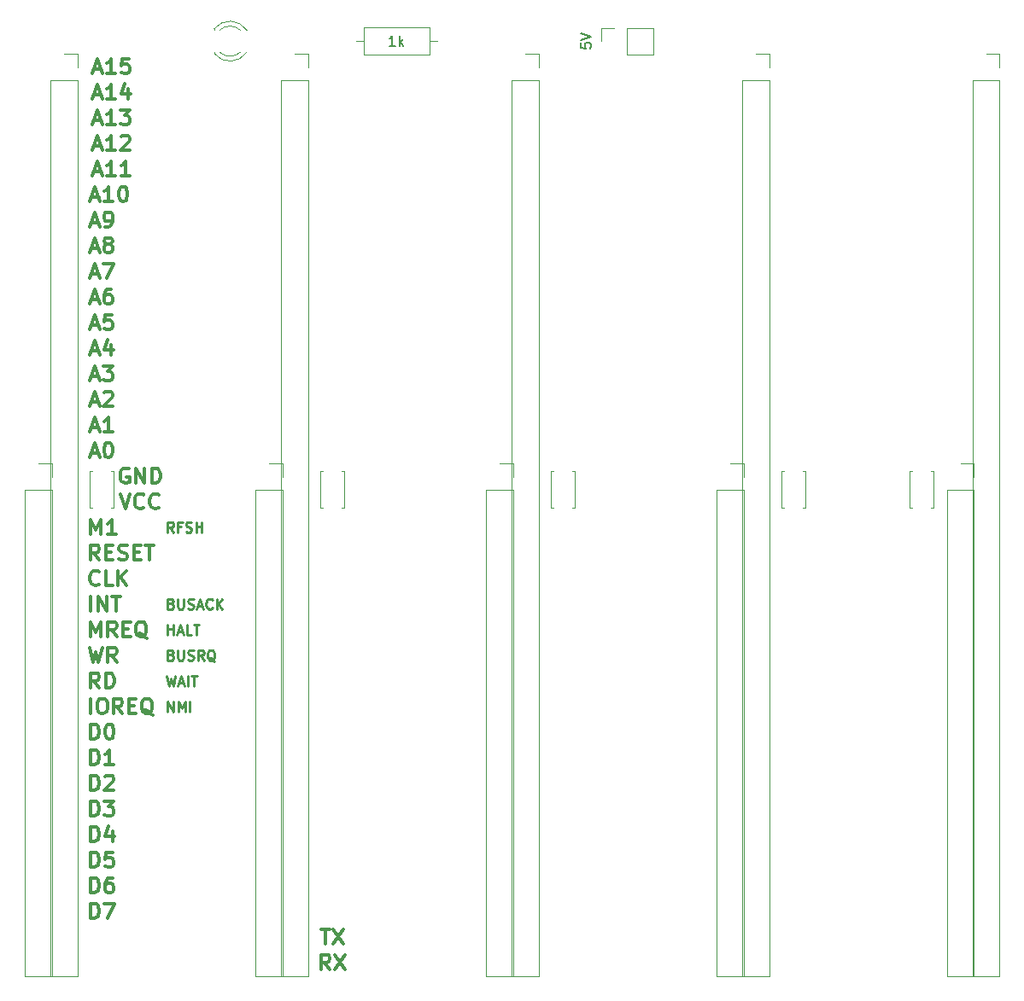
<source format=gbr>
%TF.GenerationSoftware,KiCad,Pcbnew,6.0.11+dfsg-1*%
%TF.CreationDate,2025-12-28T18:54:01+01:00*%
%TF.ProjectId,b2,62322e6b-6963-4616-945f-706362585858,rev?*%
%TF.SameCoordinates,Original*%
%TF.FileFunction,Legend,Top*%
%TF.FilePolarity,Positive*%
%FSLAX46Y46*%
G04 Gerber Fmt 4.6, Leading zero omitted, Abs format (unit mm)*
G04 Created by KiCad (PCBNEW 6.0.11+dfsg-1) date 2025-12-28 18:54:01*
%MOMM*%
%LPD*%
G01*
G04 APERTURE LIST*
%ADD10C,0.300000*%
%ADD11C,0.250000*%
%ADD12C,0.150000*%
%ADD13C,0.120000*%
G04 APERTURE END LIST*
D10*
X108112857Y-137838571D02*
X108112857Y-136338571D01*
X108470000Y-136338571D01*
X108684285Y-136410000D01*
X108827142Y-136552857D01*
X108898571Y-136695714D01*
X108970000Y-136981428D01*
X108970000Y-137195714D01*
X108898571Y-137481428D01*
X108827142Y-137624285D01*
X108684285Y-137767142D01*
X108470000Y-137838571D01*
X108112857Y-137838571D01*
X109541428Y-136481428D02*
X109612857Y-136410000D01*
X109755714Y-136338571D01*
X110112857Y-136338571D01*
X110255714Y-136410000D01*
X110327142Y-136481428D01*
X110398571Y-136624285D01*
X110398571Y-136767142D01*
X110327142Y-136981428D01*
X109470000Y-137838571D01*
X110398571Y-137838571D01*
X108148571Y-89150000D02*
X108862857Y-89150000D01*
X108005714Y-89578571D02*
X108505714Y-88078571D01*
X109005714Y-89578571D01*
X110148571Y-88078571D02*
X109862857Y-88078571D01*
X109720000Y-88150000D01*
X109648571Y-88221428D01*
X109505714Y-88435714D01*
X109434285Y-88721428D01*
X109434285Y-89292857D01*
X109505714Y-89435714D01*
X109577142Y-89507142D01*
X109720000Y-89578571D01*
X110005714Y-89578571D01*
X110148571Y-89507142D01*
X110220000Y-89435714D01*
X110291428Y-89292857D01*
X110291428Y-88935714D01*
X110220000Y-88792857D01*
X110148571Y-88721428D01*
X110005714Y-88650000D01*
X109720000Y-88650000D01*
X109577142Y-88721428D01*
X109505714Y-88792857D01*
X109434285Y-88935714D01*
D11*
X116316190Y-112212380D02*
X115982857Y-111736190D01*
X115744761Y-112212380D02*
X115744761Y-111212380D01*
X116125714Y-111212380D01*
X116220952Y-111260000D01*
X116268571Y-111307619D01*
X116316190Y-111402857D01*
X116316190Y-111545714D01*
X116268571Y-111640952D01*
X116220952Y-111688571D01*
X116125714Y-111736190D01*
X115744761Y-111736190D01*
X117078095Y-111688571D02*
X116744761Y-111688571D01*
X116744761Y-112212380D02*
X116744761Y-111212380D01*
X117220952Y-111212380D01*
X117554285Y-112164761D02*
X117697142Y-112212380D01*
X117935238Y-112212380D01*
X118030476Y-112164761D01*
X118078095Y-112117142D01*
X118125714Y-112021904D01*
X118125714Y-111926666D01*
X118078095Y-111831428D01*
X118030476Y-111783809D01*
X117935238Y-111736190D01*
X117744761Y-111688571D01*
X117649523Y-111640952D01*
X117601904Y-111593333D01*
X117554285Y-111498095D01*
X117554285Y-111402857D01*
X117601904Y-111307619D01*
X117649523Y-111260000D01*
X117744761Y-111212380D01*
X117982857Y-111212380D01*
X118125714Y-111260000D01*
X118554285Y-112212380D02*
X118554285Y-111212380D01*
X118554285Y-111688571D02*
X119125714Y-111688571D01*
X119125714Y-112212380D02*
X119125714Y-111212380D01*
D10*
X108148571Y-81530000D02*
X108862857Y-81530000D01*
X108005714Y-81958571D02*
X108505714Y-80458571D01*
X109005714Y-81958571D01*
X109577142Y-81958571D02*
X109862857Y-81958571D01*
X110005714Y-81887142D01*
X110077142Y-81815714D01*
X110220000Y-81601428D01*
X110291428Y-81315714D01*
X110291428Y-80744285D01*
X110220000Y-80601428D01*
X110148571Y-80530000D01*
X110005714Y-80458571D01*
X109720000Y-80458571D01*
X109577142Y-80530000D01*
X109505714Y-80601428D01*
X109434285Y-80744285D01*
X109434285Y-81101428D01*
X109505714Y-81244285D01*
X109577142Y-81315714D01*
X109720000Y-81387142D01*
X110005714Y-81387142D01*
X110148571Y-81315714D01*
X110220000Y-81244285D01*
X110291428Y-81101428D01*
X108430714Y-66290000D02*
X109145000Y-66290000D01*
X108287857Y-66718571D02*
X108787857Y-65218571D01*
X109287857Y-66718571D01*
X110573571Y-66718571D02*
X109716428Y-66718571D01*
X110145000Y-66718571D02*
X110145000Y-65218571D01*
X110002142Y-65432857D01*
X109859285Y-65575714D01*
X109716428Y-65647142D01*
X111930714Y-65218571D02*
X111216428Y-65218571D01*
X111145000Y-65932857D01*
X111216428Y-65861428D01*
X111359285Y-65790000D01*
X111716428Y-65790000D01*
X111859285Y-65861428D01*
X111930714Y-65932857D01*
X112002142Y-66075714D01*
X112002142Y-66432857D01*
X111930714Y-66575714D01*
X111859285Y-66647142D01*
X111716428Y-66718571D01*
X111359285Y-66718571D01*
X111216428Y-66647142D01*
X111145000Y-66575714D01*
X108148571Y-86610000D02*
X108862857Y-86610000D01*
X108005714Y-87038571D02*
X108505714Y-85538571D01*
X109005714Y-87038571D01*
X109362857Y-85538571D02*
X110362857Y-85538571D01*
X109720000Y-87038571D01*
X108970000Y-114978571D02*
X108470000Y-114264285D01*
X108112857Y-114978571D02*
X108112857Y-113478571D01*
X108684286Y-113478571D01*
X108827143Y-113550000D01*
X108898572Y-113621428D01*
X108970000Y-113764285D01*
X108970000Y-113978571D01*
X108898572Y-114121428D01*
X108827143Y-114192857D01*
X108684286Y-114264285D01*
X108112857Y-114264285D01*
X109612857Y-114192857D02*
X110112857Y-114192857D01*
X110327143Y-114978571D02*
X109612857Y-114978571D01*
X109612857Y-113478571D01*
X110327143Y-113478571D01*
X110898572Y-114907142D02*
X111112857Y-114978571D01*
X111470000Y-114978571D01*
X111612857Y-114907142D01*
X111684286Y-114835714D01*
X111755714Y-114692857D01*
X111755714Y-114550000D01*
X111684286Y-114407142D01*
X111612857Y-114335714D01*
X111470000Y-114264285D01*
X111184286Y-114192857D01*
X111041429Y-114121428D01*
X110970000Y-114050000D01*
X110898572Y-113907142D01*
X110898572Y-113764285D01*
X110970000Y-113621428D01*
X111041429Y-113550000D01*
X111184286Y-113478571D01*
X111541429Y-113478571D01*
X111755714Y-113550000D01*
X112398572Y-114192857D02*
X112898572Y-114192857D01*
X113112857Y-114978571D02*
X112398572Y-114978571D01*
X112398572Y-113478571D01*
X113112857Y-113478571D01*
X113541429Y-113478571D02*
X114398572Y-113478571D01*
X113970000Y-114978571D02*
X113970000Y-113478571D01*
X108148571Y-104390000D02*
X108862857Y-104390000D01*
X108005714Y-104818571D02*
X108505714Y-103318571D01*
X109005714Y-104818571D01*
X109791428Y-103318571D02*
X109934285Y-103318571D01*
X110077142Y-103390000D01*
X110148571Y-103461428D01*
X110220000Y-103604285D01*
X110291428Y-103890000D01*
X110291428Y-104247142D01*
X110220000Y-104532857D01*
X110148571Y-104675714D01*
X110077142Y-104747142D01*
X109934285Y-104818571D01*
X109791428Y-104818571D01*
X109648571Y-104747142D01*
X109577142Y-104675714D01*
X109505714Y-104532857D01*
X109434285Y-104247142D01*
X109434285Y-103890000D01*
X109505714Y-103604285D01*
X109577142Y-103461428D01*
X109648571Y-103390000D01*
X109791428Y-103318571D01*
D11*
X115744762Y-122372380D02*
X115744762Y-121372380D01*
X115744762Y-121848571D02*
X116316190Y-121848571D01*
X116316190Y-122372380D02*
X116316190Y-121372380D01*
X116744762Y-122086666D02*
X117220952Y-122086666D01*
X116649523Y-122372380D02*
X116982857Y-121372380D01*
X117316190Y-122372380D01*
X118125714Y-122372380D02*
X117649523Y-122372380D01*
X117649523Y-121372380D01*
X118316190Y-121372380D02*
X118887619Y-121372380D01*
X118601904Y-122372380D02*
X118601904Y-121372380D01*
D10*
X108148571Y-91690000D02*
X108862857Y-91690000D01*
X108005714Y-92118571D02*
X108505714Y-90618571D01*
X109005714Y-92118571D01*
X110220000Y-90618571D02*
X109505714Y-90618571D01*
X109434285Y-91332857D01*
X109505714Y-91261428D01*
X109648571Y-91190000D01*
X110005714Y-91190000D01*
X110148571Y-91261428D01*
X110220000Y-91332857D01*
X110291428Y-91475714D01*
X110291428Y-91832857D01*
X110220000Y-91975714D01*
X110148571Y-92047142D01*
X110005714Y-92118571D01*
X109648571Y-92118571D01*
X109505714Y-92047142D01*
X109434285Y-91975714D01*
X108112857Y-120058571D02*
X108112857Y-118558571D01*
X108827142Y-120058571D02*
X108827142Y-118558571D01*
X109684285Y-120058571D01*
X109684285Y-118558571D01*
X110184285Y-118558571D02*
X111041428Y-118558571D01*
X110612857Y-120058571D02*
X110612857Y-118558571D01*
X108148571Y-84070000D02*
X108862857Y-84070000D01*
X108005714Y-84498571D02*
X108505714Y-82998571D01*
X109005714Y-84498571D01*
X109720000Y-83641428D02*
X109577142Y-83570000D01*
X109505714Y-83498571D01*
X109434285Y-83355714D01*
X109434285Y-83284285D01*
X109505714Y-83141428D01*
X109577142Y-83070000D01*
X109720000Y-82998571D01*
X110005714Y-82998571D01*
X110148571Y-83070000D01*
X110220000Y-83141428D01*
X110291428Y-83284285D01*
X110291428Y-83355714D01*
X110220000Y-83498571D01*
X110148571Y-83570000D01*
X110005714Y-83641428D01*
X109720000Y-83641428D01*
X109577142Y-83712857D01*
X109505714Y-83784285D01*
X109434285Y-83927142D01*
X109434285Y-84212857D01*
X109505714Y-84355714D01*
X109577142Y-84427142D01*
X109720000Y-84498571D01*
X110005714Y-84498571D01*
X110148571Y-84427142D01*
X110220000Y-84355714D01*
X110291428Y-84212857D01*
X110291428Y-83927142D01*
X110220000Y-83784285D01*
X110148571Y-83712857D01*
X110005714Y-83641428D01*
X111887142Y-105930000D02*
X111744285Y-105858571D01*
X111530000Y-105858571D01*
X111315714Y-105930000D01*
X111172857Y-106072857D01*
X111101428Y-106215714D01*
X111030000Y-106501428D01*
X111030000Y-106715714D01*
X111101428Y-107001428D01*
X111172857Y-107144285D01*
X111315714Y-107287142D01*
X111530000Y-107358571D01*
X111672857Y-107358571D01*
X111887142Y-107287142D01*
X111958571Y-107215714D01*
X111958571Y-106715714D01*
X111672857Y-106715714D01*
X112601428Y-107358571D02*
X112601428Y-105858571D01*
X113458571Y-107358571D01*
X113458571Y-105858571D01*
X114172857Y-107358571D02*
X114172857Y-105858571D01*
X114530000Y-105858571D01*
X114744285Y-105930000D01*
X114887142Y-106072857D01*
X114958571Y-106215714D01*
X115030000Y-106501428D01*
X115030000Y-106715714D01*
X114958571Y-107001428D01*
X114887142Y-107144285D01*
X114744285Y-107287142D01*
X114530000Y-107358571D01*
X114172857Y-107358571D01*
X108112857Y-147998571D02*
X108112857Y-146498571D01*
X108470000Y-146498571D01*
X108684285Y-146570000D01*
X108827142Y-146712857D01*
X108898571Y-146855714D01*
X108970000Y-147141428D01*
X108970000Y-147355714D01*
X108898571Y-147641428D01*
X108827142Y-147784285D01*
X108684285Y-147927142D01*
X108470000Y-147998571D01*
X108112857Y-147998571D01*
X110255714Y-146498571D02*
X109970000Y-146498571D01*
X109827142Y-146570000D01*
X109755714Y-146641428D01*
X109612857Y-146855714D01*
X109541428Y-147141428D01*
X109541428Y-147712857D01*
X109612857Y-147855714D01*
X109684285Y-147927142D01*
X109827142Y-147998571D01*
X110112857Y-147998571D01*
X110255714Y-147927142D01*
X110327142Y-147855714D01*
X110398571Y-147712857D01*
X110398571Y-147355714D01*
X110327142Y-147212857D01*
X110255714Y-147141428D01*
X110112857Y-147070000D01*
X109827142Y-147070000D01*
X109684285Y-147141428D01*
X109612857Y-147212857D01*
X109541428Y-147355714D01*
X108970000Y-117375714D02*
X108898572Y-117447142D01*
X108684286Y-117518571D01*
X108541429Y-117518571D01*
X108327143Y-117447142D01*
X108184286Y-117304285D01*
X108112858Y-117161428D01*
X108041429Y-116875714D01*
X108041429Y-116661428D01*
X108112858Y-116375714D01*
X108184286Y-116232857D01*
X108327143Y-116090000D01*
X108541429Y-116018571D01*
X108684286Y-116018571D01*
X108898572Y-116090000D01*
X108970000Y-116161428D01*
X110327143Y-117518571D02*
X109612858Y-117518571D01*
X109612858Y-116018571D01*
X110827143Y-117518571D02*
X110827143Y-116018571D01*
X111684286Y-117518571D02*
X111041429Y-116661428D01*
X111684286Y-116018571D02*
X110827143Y-116875714D01*
X108112857Y-150538571D02*
X108112857Y-149038571D01*
X108470000Y-149038571D01*
X108684285Y-149110000D01*
X108827142Y-149252857D01*
X108898571Y-149395714D01*
X108970000Y-149681428D01*
X108970000Y-149895714D01*
X108898571Y-150181428D01*
X108827142Y-150324285D01*
X108684285Y-150467142D01*
X108470000Y-150538571D01*
X108112857Y-150538571D01*
X109470000Y-149038571D02*
X110470000Y-149038571D01*
X109827142Y-150538571D01*
X108112857Y-122598571D02*
X108112857Y-121098571D01*
X108612857Y-122170000D01*
X109112857Y-121098571D01*
X109112857Y-122598571D01*
X110684285Y-122598571D02*
X110184285Y-121884285D01*
X109827143Y-122598571D02*
X109827143Y-121098571D01*
X110398571Y-121098571D01*
X110541428Y-121170000D01*
X110612857Y-121241428D01*
X110684285Y-121384285D01*
X110684285Y-121598571D01*
X110612857Y-121741428D01*
X110541428Y-121812857D01*
X110398571Y-121884285D01*
X109827143Y-121884285D01*
X111327143Y-121812857D02*
X111827143Y-121812857D01*
X112041428Y-122598571D02*
X111327143Y-122598571D01*
X111327143Y-121098571D01*
X112041428Y-121098571D01*
X113684285Y-122741428D02*
X113541428Y-122670000D01*
X113398571Y-122527142D01*
X113184285Y-122312857D01*
X113041428Y-122241428D01*
X112898571Y-122241428D01*
X112970000Y-122598571D02*
X112827143Y-122527142D01*
X112684285Y-122384285D01*
X112612857Y-122098571D01*
X112612857Y-121598571D01*
X112684285Y-121312857D01*
X112827143Y-121170000D01*
X112970000Y-121098571D01*
X113255714Y-121098571D01*
X113398571Y-121170000D01*
X113541428Y-121312857D01*
X113612857Y-121598571D01*
X113612857Y-122098571D01*
X113541428Y-122384285D01*
X113398571Y-122527142D01*
X113255714Y-122598571D01*
X112970000Y-122598571D01*
D11*
X116078095Y-119308571D02*
X116220952Y-119356190D01*
X116268571Y-119403809D01*
X116316190Y-119499047D01*
X116316190Y-119641904D01*
X116268571Y-119737142D01*
X116220952Y-119784761D01*
X116125714Y-119832380D01*
X115744761Y-119832380D01*
X115744761Y-118832380D01*
X116078095Y-118832380D01*
X116173333Y-118880000D01*
X116220952Y-118927619D01*
X116268571Y-119022857D01*
X116268571Y-119118095D01*
X116220952Y-119213333D01*
X116173333Y-119260952D01*
X116078095Y-119308571D01*
X115744761Y-119308571D01*
X116744761Y-118832380D02*
X116744761Y-119641904D01*
X116792380Y-119737142D01*
X116839999Y-119784761D01*
X116935238Y-119832380D01*
X117125714Y-119832380D01*
X117220952Y-119784761D01*
X117268571Y-119737142D01*
X117316190Y-119641904D01*
X117316190Y-118832380D01*
X117744761Y-119784761D02*
X117887618Y-119832380D01*
X118125714Y-119832380D01*
X118220952Y-119784761D01*
X118268571Y-119737142D01*
X118316190Y-119641904D01*
X118316190Y-119546666D01*
X118268571Y-119451428D01*
X118220952Y-119403809D01*
X118125714Y-119356190D01*
X117935238Y-119308571D01*
X117839999Y-119260952D01*
X117792380Y-119213333D01*
X117744761Y-119118095D01*
X117744761Y-119022857D01*
X117792380Y-118927619D01*
X117839999Y-118880000D01*
X117935238Y-118832380D01*
X118173333Y-118832380D01*
X118316190Y-118880000D01*
X118697142Y-119546666D02*
X119173333Y-119546666D01*
X118601904Y-119832380D02*
X118935238Y-118832380D01*
X119268571Y-119832380D01*
X120173333Y-119737142D02*
X120125714Y-119784761D01*
X119982857Y-119832380D01*
X119887618Y-119832380D01*
X119744761Y-119784761D01*
X119649523Y-119689523D01*
X119601904Y-119594285D01*
X119554285Y-119403809D01*
X119554285Y-119260952D01*
X119601904Y-119070476D01*
X119649523Y-118975238D01*
X119744761Y-118880000D01*
X119887618Y-118832380D01*
X119982857Y-118832380D01*
X120125714Y-118880000D01*
X120173333Y-118927619D01*
X120601904Y-119832380D02*
X120601904Y-118832380D01*
X121173333Y-119832380D02*
X120744761Y-119260952D01*
X121173333Y-118832380D02*
X120601904Y-119403809D01*
D10*
X108112857Y-145458571D02*
X108112857Y-143958571D01*
X108470000Y-143958571D01*
X108684285Y-144030000D01*
X108827142Y-144172857D01*
X108898571Y-144315714D01*
X108970000Y-144601428D01*
X108970000Y-144815714D01*
X108898571Y-145101428D01*
X108827142Y-145244285D01*
X108684285Y-145387142D01*
X108470000Y-145458571D01*
X108112857Y-145458571D01*
X110327142Y-143958571D02*
X109612857Y-143958571D01*
X109541428Y-144672857D01*
X109612857Y-144601428D01*
X109755714Y-144530000D01*
X110112857Y-144530000D01*
X110255714Y-144601428D01*
X110327142Y-144672857D01*
X110398571Y-144815714D01*
X110398571Y-145172857D01*
X110327142Y-145315714D01*
X110255714Y-145387142D01*
X110112857Y-145458571D01*
X109755714Y-145458571D01*
X109612857Y-145387142D01*
X109541428Y-145315714D01*
X107970000Y-123638571D02*
X108327143Y-125138571D01*
X108612858Y-124067142D01*
X108898572Y-125138571D01*
X109255715Y-123638571D01*
X110684286Y-125138571D02*
X110184286Y-124424285D01*
X109827143Y-125138571D02*
X109827143Y-123638571D01*
X110398572Y-123638571D01*
X110541429Y-123710000D01*
X110612858Y-123781428D01*
X110684286Y-123924285D01*
X110684286Y-124138571D01*
X110612858Y-124281428D01*
X110541429Y-124352857D01*
X110398572Y-124424285D01*
X109827143Y-124424285D01*
X108430714Y-76450000D02*
X109145000Y-76450000D01*
X108287857Y-76878571D02*
X108787857Y-75378571D01*
X109287857Y-76878571D01*
X110573571Y-76878571D02*
X109716428Y-76878571D01*
X110145000Y-76878571D02*
X110145000Y-75378571D01*
X110002142Y-75592857D01*
X109859285Y-75735714D01*
X109716428Y-75807142D01*
X112002142Y-76878571D02*
X111145000Y-76878571D01*
X111573571Y-76878571D02*
X111573571Y-75378571D01*
X111430714Y-75592857D01*
X111287857Y-75735714D01*
X111145000Y-75807142D01*
X108112857Y-112438571D02*
X108112857Y-110938571D01*
X108612857Y-112010000D01*
X109112857Y-110938571D01*
X109112857Y-112438571D01*
X110612857Y-112438571D02*
X109755714Y-112438571D01*
X110184285Y-112438571D02*
X110184285Y-110938571D01*
X110041428Y-111152857D01*
X109898571Y-111295714D01*
X109755714Y-111367142D01*
X108193571Y-78990000D02*
X108907857Y-78990000D01*
X108050714Y-79418571D02*
X108550714Y-77918571D01*
X109050714Y-79418571D01*
X110336428Y-79418571D02*
X109479285Y-79418571D01*
X109907857Y-79418571D02*
X109907857Y-77918571D01*
X109764999Y-78132857D01*
X109622142Y-78275714D01*
X109479285Y-78347142D01*
X111264999Y-77918571D02*
X111407857Y-77918571D01*
X111550714Y-77990000D01*
X111622142Y-78061428D01*
X111693571Y-78204285D01*
X111764999Y-78490000D01*
X111764999Y-78847142D01*
X111693571Y-79132857D01*
X111622142Y-79275714D01*
X111550714Y-79347142D01*
X111407857Y-79418571D01*
X111264999Y-79418571D01*
X111122142Y-79347142D01*
X111050714Y-79275714D01*
X110979285Y-79132857D01*
X110907857Y-78847142D01*
X110907857Y-78490000D01*
X110979285Y-78204285D01*
X111050714Y-78061428D01*
X111122142Y-77990000D01*
X111264999Y-77918571D01*
X130937142Y-151578571D02*
X131794285Y-151578571D01*
X131365714Y-153078571D02*
X131365714Y-151578571D01*
X132151428Y-151578571D02*
X133151428Y-153078571D01*
X133151428Y-151578571D02*
X132151428Y-153078571D01*
D11*
X115649523Y-126452380D02*
X115887618Y-127452380D01*
X116078094Y-126738095D01*
X116268571Y-127452380D01*
X116506666Y-126452380D01*
X116839999Y-127166666D02*
X117316190Y-127166666D01*
X116744761Y-127452380D02*
X117078094Y-126452380D01*
X117411428Y-127452380D01*
X117744761Y-127452380D02*
X117744761Y-126452380D01*
X118078094Y-126452380D02*
X118649523Y-126452380D01*
X118363809Y-127452380D02*
X118363809Y-126452380D01*
X115744761Y-129992380D02*
X115744761Y-128992380D01*
X116316190Y-129992380D01*
X116316190Y-128992380D01*
X116792380Y-129992380D02*
X116792380Y-128992380D01*
X117125714Y-129706666D01*
X117459047Y-128992380D01*
X117459047Y-129992380D01*
X117935238Y-129992380D02*
X117935238Y-128992380D01*
D10*
X108112857Y-135298571D02*
X108112857Y-133798571D01*
X108470000Y-133798571D01*
X108684285Y-133870000D01*
X108827142Y-134012857D01*
X108898571Y-134155714D01*
X108970000Y-134441428D01*
X108970000Y-134655714D01*
X108898571Y-134941428D01*
X108827142Y-135084285D01*
X108684285Y-135227142D01*
X108470000Y-135298571D01*
X108112857Y-135298571D01*
X110398571Y-135298571D02*
X109541428Y-135298571D01*
X109970000Y-135298571D02*
X109970000Y-133798571D01*
X109827142Y-134012857D01*
X109684285Y-134155714D01*
X109541428Y-134227142D01*
D11*
X116078095Y-124388571D02*
X116220952Y-124436190D01*
X116268571Y-124483809D01*
X116316190Y-124579047D01*
X116316190Y-124721904D01*
X116268571Y-124817142D01*
X116220952Y-124864761D01*
X116125714Y-124912380D01*
X115744761Y-124912380D01*
X115744761Y-123912380D01*
X116078095Y-123912380D01*
X116173333Y-123960000D01*
X116220952Y-124007619D01*
X116268571Y-124102857D01*
X116268571Y-124198095D01*
X116220952Y-124293333D01*
X116173333Y-124340952D01*
X116078095Y-124388571D01*
X115744761Y-124388571D01*
X116744761Y-123912380D02*
X116744761Y-124721904D01*
X116792380Y-124817142D01*
X116839999Y-124864761D01*
X116935237Y-124912380D01*
X117125714Y-124912380D01*
X117220952Y-124864761D01*
X117268571Y-124817142D01*
X117316190Y-124721904D01*
X117316190Y-123912380D01*
X117744761Y-124864761D02*
X117887618Y-124912380D01*
X118125714Y-124912380D01*
X118220952Y-124864761D01*
X118268571Y-124817142D01*
X118316190Y-124721904D01*
X118316190Y-124626666D01*
X118268571Y-124531428D01*
X118220952Y-124483809D01*
X118125714Y-124436190D01*
X117935237Y-124388571D01*
X117839999Y-124340952D01*
X117792380Y-124293333D01*
X117744761Y-124198095D01*
X117744761Y-124102857D01*
X117792380Y-124007619D01*
X117839999Y-123960000D01*
X117935237Y-123912380D01*
X118173333Y-123912380D01*
X118316190Y-123960000D01*
X119316190Y-124912380D02*
X118982856Y-124436190D01*
X118744761Y-124912380D02*
X118744761Y-123912380D01*
X119125714Y-123912380D01*
X119220952Y-123960000D01*
X119268571Y-124007619D01*
X119316190Y-124102857D01*
X119316190Y-124245714D01*
X119268571Y-124340952D01*
X119220952Y-124388571D01*
X119125714Y-124436190D01*
X118744761Y-124436190D01*
X120411428Y-125007619D02*
X120316190Y-124960000D01*
X120220952Y-124864761D01*
X120078095Y-124721904D01*
X119982856Y-124674285D01*
X119887618Y-124674285D01*
X119935237Y-124912380D02*
X119839999Y-124864761D01*
X119744761Y-124769523D01*
X119697142Y-124579047D01*
X119697142Y-124245714D01*
X119744761Y-124055238D01*
X119839999Y-123960000D01*
X119935237Y-123912380D01*
X120125714Y-123912380D01*
X120220952Y-123960000D01*
X120316190Y-124055238D01*
X120363809Y-124245714D01*
X120363809Y-124579047D01*
X120316190Y-124769523D01*
X120220952Y-124864761D01*
X120125714Y-124912380D01*
X119935237Y-124912380D01*
D10*
X108112858Y-130218571D02*
X108112858Y-128718571D01*
X109112858Y-128718571D02*
X109398572Y-128718571D01*
X109541429Y-128790000D01*
X109684286Y-128932857D01*
X109755715Y-129218571D01*
X109755715Y-129718571D01*
X109684286Y-130004285D01*
X109541429Y-130147142D01*
X109398572Y-130218571D01*
X109112858Y-130218571D01*
X108970000Y-130147142D01*
X108827143Y-130004285D01*
X108755715Y-129718571D01*
X108755715Y-129218571D01*
X108827143Y-128932857D01*
X108970000Y-128790000D01*
X109112858Y-128718571D01*
X111255715Y-130218571D02*
X110755715Y-129504285D01*
X110398572Y-130218571D02*
X110398572Y-128718571D01*
X110970000Y-128718571D01*
X111112858Y-128790000D01*
X111184286Y-128861428D01*
X111255715Y-129004285D01*
X111255715Y-129218571D01*
X111184286Y-129361428D01*
X111112858Y-129432857D01*
X110970000Y-129504285D01*
X110398572Y-129504285D01*
X111898572Y-129432857D02*
X112398572Y-129432857D01*
X112612858Y-130218571D02*
X111898572Y-130218571D01*
X111898572Y-128718571D01*
X112612858Y-128718571D01*
X114255715Y-130361428D02*
X114112858Y-130290000D01*
X113970000Y-130147142D01*
X113755715Y-129932857D01*
X113612858Y-129861428D01*
X113470000Y-129861428D01*
X113541429Y-130218571D02*
X113398572Y-130147142D01*
X113255715Y-130004285D01*
X113184286Y-129718571D01*
X113184286Y-129218571D01*
X113255715Y-128932857D01*
X113398572Y-128790000D01*
X113541429Y-128718571D01*
X113827143Y-128718571D01*
X113970000Y-128790000D01*
X114112858Y-128932857D01*
X114184286Y-129218571D01*
X114184286Y-129718571D01*
X114112858Y-130004285D01*
X113970000Y-130147142D01*
X113827143Y-130218571D01*
X113541429Y-130218571D01*
X108430714Y-68830000D02*
X109145000Y-68830000D01*
X108287857Y-69258571D02*
X108787857Y-67758571D01*
X109287857Y-69258571D01*
X110573571Y-69258571D02*
X109716428Y-69258571D01*
X110145000Y-69258571D02*
X110145000Y-67758571D01*
X110002142Y-67972857D01*
X109859285Y-68115714D01*
X109716428Y-68187142D01*
X111859285Y-68258571D02*
X111859285Y-69258571D01*
X111502142Y-67687142D02*
X111145000Y-68758571D01*
X112073571Y-68758571D01*
X131830000Y-155618571D02*
X131330000Y-154904285D01*
X130972857Y-155618571D02*
X130972857Y-154118571D01*
X131544285Y-154118571D01*
X131687142Y-154190000D01*
X131758571Y-154261428D01*
X131830000Y-154404285D01*
X131830000Y-154618571D01*
X131758571Y-154761428D01*
X131687142Y-154832857D01*
X131544285Y-154904285D01*
X130972857Y-154904285D01*
X132330000Y-154118571D02*
X133330000Y-155618571D01*
X133330000Y-154118571D02*
X132330000Y-155618571D01*
X108430714Y-71370000D02*
X109145000Y-71370000D01*
X108287857Y-71798571D02*
X108787857Y-70298571D01*
X109287857Y-71798571D01*
X110573571Y-71798571D02*
X109716428Y-71798571D01*
X110145000Y-71798571D02*
X110145000Y-70298571D01*
X110002142Y-70512857D01*
X109859285Y-70655714D01*
X109716428Y-70727142D01*
X111073571Y-70298571D02*
X112002142Y-70298571D01*
X111502142Y-70870000D01*
X111716428Y-70870000D01*
X111859285Y-70941428D01*
X111930714Y-71012857D01*
X112002142Y-71155714D01*
X112002142Y-71512857D01*
X111930714Y-71655714D01*
X111859285Y-71727142D01*
X111716428Y-71798571D01*
X111287857Y-71798571D01*
X111145000Y-71727142D01*
X111073571Y-71655714D01*
X108430714Y-73910000D02*
X109145000Y-73910000D01*
X108287857Y-74338571D02*
X108787857Y-72838571D01*
X109287857Y-74338571D01*
X110573571Y-74338571D02*
X109716428Y-74338571D01*
X110145000Y-74338571D02*
X110145000Y-72838571D01*
X110002142Y-73052857D01*
X109859285Y-73195714D01*
X109716428Y-73267142D01*
X111145000Y-72981428D02*
X111216428Y-72910000D01*
X111359285Y-72838571D01*
X111716428Y-72838571D01*
X111859285Y-72910000D01*
X111930714Y-72981428D01*
X112002142Y-73124285D01*
X112002142Y-73267142D01*
X111930714Y-73481428D01*
X111073571Y-74338571D01*
X112002142Y-74338571D01*
X108112857Y-132758571D02*
X108112857Y-131258571D01*
X108470000Y-131258571D01*
X108684285Y-131330000D01*
X108827142Y-131472857D01*
X108898571Y-131615714D01*
X108970000Y-131901428D01*
X108970000Y-132115714D01*
X108898571Y-132401428D01*
X108827142Y-132544285D01*
X108684285Y-132687142D01*
X108470000Y-132758571D01*
X108112857Y-132758571D01*
X109898571Y-131258571D02*
X110041428Y-131258571D01*
X110184285Y-131330000D01*
X110255714Y-131401428D01*
X110327142Y-131544285D01*
X110398571Y-131830000D01*
X110398571Y-132187142D01*
X110327142Y-132472857D01*
X110255714Y-132615714D01*
X110184285Y-132687142D01*
X110041428Y-132758571D01*
X109898571Y-132758571D01*
X109755714Y-132687142D01*
X109684285Y-132615714D01*
X109612857Y-132472857D01*
X109541428Y-132187142D01*
X109541428Y-131830000D01*
X109612857Y-131544285D01*
X109684285Y-131401428D01*
X109755714Y-131330000D01*
X109898571Y-131258571D01*
X108148571Y-101850000D02*
X108862857Y-101850000D01*
X108005714Y-102278571D02*
X108505714Y-100778571D01*
X109005714Y-102278571D01*
X110291428Y-102278571D02*
X109434285Y-102278571D01*
X109862857Y-102278571D02*
X109862857Y-100778571D01*
X109720000Y-100992857D01*
X109577142Y-101135714D01*
X109434285Y-101207142D01*
X108112857Y-140378571D02*
X108112857Y-138878571D01*
X108470000Y-138878571D01*
X108684285Y-138950000D01*
X108827142Y-139092857D01*
X108898571Y-139235714D01*
X108970000Y-139521428D01*
X108970000Y-139735714D01*
X108898571Y-140021428D01*
X108827142Y-140164285D01*
X108684285Y-140307142D01*
X108470000Y-140378571D01*
X108112857Y-140378571D01*
X109470000Y-138878571D02*
X110398571Y-138878571D01*
X109898571Y-139450000D01*
X110112857Y-139450000D01*
X110255714Y-139521428D01*
X110327142Y-139592857D01*
X110398571Y-139735714D01*
X110398571Y-140092857D01*
X110327142Y-140235714D01*
X110255714Y-140307142D01*
X110112857Y-140378571D01*
X109684285Y-140378571D01*
X109541428Y-140307142D01*
X109470000Y-140235714D01*
X108148571Y-96770000D02*
X108862857Y-96770000D01*
X108005714Y-97198571D02*
X108505714Y-95698571D01*
X109005714Y-97198571D01*
X109362857Y-95698571D02*
X110291428Y-95698571D01*
X109791428Y-96270000D01*
X110005714Y-96270000D01*
X110148571Y-96341428D01*
X110220000Y-96412857D01*
X110291428Y-96555714D01*
X110291428Y-96912857D01*
X110220000Y-97055714D01*
X110148571Y-97127142D01*
X110005714Y-97198571D01*
X109577142Y-97198571D01*
X109434285Y-97127142D01*
X109362857Y-97055714D01*
X108148571Y-99310000D02*
X108862857Y-99310000D01*
X108005714Y-99738571D02*
X108505714Y-98238571D01*
X109005714Y-99738571D01*
X109434285Y-98381428D02*
X109505714Y-98310000D01*
X109648571Y-98238571D01*
X110005714Y-98238571D01*
X110148571Y-98310000D01*
X110220000Y-98381428D01*
X110291428Y-98524285D01*
X110291428Y-98667142D01*
X110220000Y-98881428D01*
X109362857Y-99738571D01*
X110291428Y-99738571D01*
X111030000Y-108398571D02*
X111530000Y-109898571D01*
X112030000Y-108398571D01*
X113387142Y-109755714D02*
X113315714Y-109827142D01*
X113101428Y-109898571D01*
X112958571Y-109898571D01*
X112744285Y-109827142D01*
X112601428Y-109684285D01*
X112530000Y-109541428D01*
X112458571Y-109255714D01*
X112458571Y-109041428D01*
X112530000Y-108755714D01*
X112601428Y-108612857D01*
X112744285Y-108470000D01*
X112958571Y-108398571D01*
X113101428Y-108398571D01*
X113315714Y-108470000D01*
X113387142Y-108541428D01*
X114887142Y-109755714D02*
X114815714Y-109827142D01*
X114601428Y-109898571D01*
X114458571Y-109898571D01*
X114244285Y-109827142D01*
X114101428Y-109684285D01*
X114030000Y-109541428D01*
X113958571Y-109255714D01*
X113958571Y-109041428D01*
X114030000Y-108755714D01*
X114101428Y-108612857D01*
X114244285Y-108470000D01*
X114458571Y-108398571D01*
X114601428Y-108398571D01*
X114815714Y-108470000D01*
X114887142Y-108541428D01*
X108112857Y-142918571D02*
X108112857Y-141418571D01*
X108470000Y-141418571D01*
X108684285Y-141490000D01*
X108827142Y-141632857D01*
X108898571Y-141775714D01*
X108970000Y-142061428D01*
X108970000Y-142275714D01*
X108898571Y-142561428D01*
X108827142Y-142704285D01*
X108684285Y-142847142D01*
X108470000Y-142918571D01*
X108112857Y-142918571D01*
X110255714Y-141918571D02*
X110255714Y-142918571D01*
X109898571Y-141347142D02*
X109541428Y-142418571D01*
X110470000Y-142418571D01*
X108970000Y-127678571D02*
X108470000Y-126964285D01*
X108112857Y-127678571D02*
X108112857Y-126178571D01*
X108684286Y-126178571D01*
X108827143Y-126250000D01*
X108898572Y-126321428D01*
X108970000Y-126464285D01*
X108970000Y-126678571D01*
X108898572Y-126821428D01*
X108827143Y-126892857D01*
X108684286Y-126964285D01*
X108112857Y-126964285D01*
X109612857Y-127678571D02*
X109612857Y-126178571D01*
X109970000Y-126178571D01*
X110184286Y-126250000D01*
X110327143Y-126392857D01*
X110398572Y-126535714D01*
X110470000Y-126821428D01*
X110470000Y-127035714D01*
X110398572Y-127321428D01*
X110327143Y-127464285D01*
X110184286Y-127607142D01*
X109970000Y-127678571D01*
X109612857Y-127678571D01*
X108148571Y-94230000D02*
X108862857Y-94230000D01*
X108005714Y-94658571D02*
X108505714Y-93158571D01*
X109005714Y-94658571D01*
X110148571Y-93658571D02*
X110148571Y-94658571D01*
X109791428Y-93087142D02*
X109434285Y-94158571D01*
X110362857Y-94158571D01*
D12*
%TO.C,1k*%
X138310952Y-63952380D02*
X137739523Y-63952380D01*
X138025238Y-63952380D02*
X138025238Y-62952380D01*
X137930000Y-63095238D01*
X137834761Y-63190476D01*
X137739523Y-63238095D01*
X138739523Y-63952380D02*
X138739523Y-62952380D01*
X138834761Y-63571428D02*
X139120476Y-63952380D01*
X139120476Y-63285714D02*
X138739523Y-63666666D01*
%TO.C,5V*%
X156702380Y-63690476D02*
X156702380Y-64166666D01*
X157178571Y-64214285D01*
X157130952Y-64166666D01*
X157083333Y-64071428D01*
X157083333Y-63833333D01*
X157130952Y-63738095D01*
X157178571Y-63690476D01*
X157273809Y-63642857D01*
X157511904Y-63642857D01*
X157607142Y-63690476D01*
X157654761Y-63738095D01*
X157702380Y-63833333D01*
X157702380Y-64071428D01*
X157654761Y-64166666D01*
X157607142Y-64214285D01*
X156702380Y-63357142D02*
X157702380Y-63023809D01*
X156702380Y-62690476D01*
D13*
%TO.C,REF\u002A\u002A*%
X151205000Y-64735000D02*
X152535000Y-64735000D01*
X149875000Y-156295000D02*
X152535000Y-156295000D01*
X149875000Y-67335000D02*
X152535000Y-67335000D01*
X152535000Y-67335000D02*
X152535000Y-156295000D01*
X149875000Y-67335000D02*
X149875000Y-156295000D01*
X152535000Y-64735000D02*
X152535000Y-66065000D01*
X104260000Y-105385000D02*
X104260000Y-106715000D01*
X104260000Y-107985000D02*
X104260000Y-156305000D01*
X102930000Y-105385000D02*
X104260000Y-105385000D01*
X101600000Y-107985000D02*
X104260000Y-107985000D01*
X101600000Y-107985000D02*
X101600000Y-156305000D01*
X101600000Y-156305000D02*
X104260000Y-156305000D01*
%TO.C,C*%
X191670000Y-109790000D02*
X191670000Y-106150000D01*
X189330000Y-106150000D02*
X189575000Y-106150000D01*
X191425000Y-109790000D02*
X191670000Y-109790000D01*
X189330000Y-109790000D02*
X189330000Y-106150000D01*
X191425000Y-106150000D02*
X191670000Y-106150000D01*
X189330000Y-109790000D02*
X189575000Y-109790000D01*
X178725000Y-106150000D02*
X178970000Y-106150000D01*
X176630000Y-109790000D02*
X176875000Y-109790000D01*
X178970000Y-109790000D02*
X178970000Y-106150000D01*
X176630000Y-109790000D02*
X176630000Y-106150000D01*
X176630000Y-106150000D02*
X176875000Y-106150000D01*
X178725000Y-109790000D02*
X178970000Y-109790000D01*
X130910000Y-109790000D02*
X130910000Y-106150000D01*
X133005000Y-106150000D02*
X133250000Y-106150000D01*
X130910000Y-106150000D02*
X131155000Y-106150000D01*
X133005000Y-109790000D02*
X133250000Y-109790000D01*
X130910000Y-109790000D02*
X131155000Y-109790000D01*
X133250000Y-109790000D02*
X133250000Y-106150000D01*
%TO.C,REF\u002A\u002A*%
X193005000Y-107985000D02*
X195665000Y-107985000D01*
X193005000Y-156305000D02*
X195665000Y-156305000D01*
X194335000Y-105385000D02*
X195665000Y-105385000D01*
X195665000Y-105385000D02*
X195665000Y-106715000D01*
X193005000Y-107985000D02*
X193005000Y-156305000D01*
X195665000Y-107985000D02*
X195665000Y-156305000D01*
X147335000Y-107985000D02*
X147335000Y-156305000D01*
X147335000Y-107985000D02*
X149995000Y-107985000D01*
X149995000Y-105385000D02*
X149995000Y-106715000D01*
X148665000Y-105385000D02*
X149995000Y-105385000D01*
X147335000Y-156305000D02*
X149995000Y-156305000D01*
X149995000Y-107985000D02*
X149995000Y-156305000D01*
X120360000Y-62264000D02*
X120360000Y-62420000D01*
X120360000Y-64580000D02*
X120360000Y-64736000D01*
X120360000Y-64735516D02*
G75*
G03*
X123592335Y-64578608I1560000J1235516D01*
G01*
X120879039Y-64580000D02*
G75*
G03*
X122961130Y-64579837I1040961J1080000D01*
G01*
X122961130Y-62420163D02*
G75*
G03*
X120879039Y-62420000I-1041130J-1079837D01*
G01*
X123592335Y-62421392D02*
G75*
G03*
X120360000Y-62264484I-1672335J-1078608D01*
G01*
%TO.C,1k*%
X142470000Y-63500000D02*
X141700000Y-63500000D01*
X135160000Y-64870000D02*
X141700000Y-64870000D01*
X135160000Y-62130000D02*
X135160000Y-64870000D01*
X141700000Y-62130000D02*
X135160000Y-62130000D01*
X141700000Y-64870000D02*
X141700000Y-62130000D01*
X134390000Y-63500000D02*
X135160000Y-63500000D01*
%TO.C,C*%
X108050000Y-109790000D02*
X108050000Y-106150000D01*
X110145000Y-109790000D02*
X110390000Y-109790000D01*
X108050000Y-106150000D02*
X108295000Y-106150000D01*
X108050000Y-109790000D02*
X108295000Y-109790000D01*
X110390000Y-109790000D02*
X110390000Y-106150000D01*
X110145000Y-106150000D02*
X110390000Y-106150000D01*
%TO.C,REF\u002A\u002A*%
X175395000Y-64735000D02*
X175395000Y-66065000D01*
X172735000Y-156295000D02*
X175395000Y-156295000D01*
X174065000Y-64735000D02*
X175395000Y-64735000D01*
X172735000Y-67335000D02*
X172735000Y-156295000D01*
X175395000Y-67335000D02*
X175395000Y-156295000D01*
X172735000Y-67335000D02*
X175395000Y-67335000D01*
X129650000Y-64735000D02*
X129650000Y-66065000D01*
X128320000Y-64735000D02*
X129650000Y-64735000D01*
X126990000Y-156295000D02*
X129650000Y-156295000D01*
X126990000Y-67335000D02*
X129650000Y-67335000D01*
X129650000Y-67335000D02*
X129650000Y-156295000D01*
X126990000Y-67335000D02*
X126990000Y-156295000D01*
%TO.C,5V*%
X163890000Y-64830000D02*
X163890000Y-62170000D01*
X161290000Y-64830000D02*
X161290000Y-62170000D01*
X161290000Y-62170000D02*
X163890000Y-62170000D01*
X161290000Y-64830000D02*
X163890000Y-64830000D01*
X158690000Y-62170000D02*
X160020000Y-62170000D01*
X158690000Y-63500000D02*
X158690000Y-62170000D01*
%TO.C,C*%
X153770000Y-109790000D02*
X153770000Y-106150000D01*
X156110000Y-109790000D02*
X156110000Y-106150000D01*
X153770000Y-106150000D02*
X154015000Y-106150000D01*
X153770000Y-109790000D02*
X154015000Y-109790000D01*
X155865000Y-106150000D02*
X156110000Y-106150000D01*
X155865000Y-109790000D02*
X156110000Y-109790000D01*
%TO.C,REF\u002A\u002A*%
X124450000Y-107985000D02*
X127110000Y-107985000D01*
X125780000Y-105385000D02*
X127110000Y-105385000D01*
X127110000Y-107985000D02*
X127110000Y-156305000D01*
X127110000Y-105385000D02*
X127110000Y-106715000D01*
X124450000Y-156305000D02*
X127110000Y-156305000D01*
X124450000Y-107985000D02*
X124450000Y-156305000D01*
X104140000Y-156295000D02*
X106800000Y-156295000D01*
X106800000Y-67335000D02*
X106800000Y-156295000D01*
X104140000Y-67335000D02*
X104140000Y-156295000D01*
X104140000Y-67335000D02*
X106800000Y-67335000D01*
X105470000Y-64735000D02*
X106800000Y-64735000D01*
X106800000Y-64735000D02*
X106800000Y-66065000D01*
X171525000Y-105385000D02*
X172855000Y-105385000D01*
X170195000Y-107985000D02*
X172855000Y-107985000D01*
X172855000Y-105385000D02*
X172855000Y-106715000D01*
X172855000Y-107985000D02*
X172855000Y-156305000D01*
X170195000Y-107985000D02*
X170195000Y-156305000D01*
X170195000Y-156305000D02*
X172855000Y-156305000D01*
X195545000Y-67335000D02*
X195545000Y-156295000D01*
X198205000Y-64735000D02*
X198205000Y-66065000D01*
X196875000Y-64735000D02*
X198205000Y-64735000D01*
X195545000Y-156295000D02*
X198205000Y-156295000D01*
X195545000Y-67335000D02*
X198205000Y-67335000D01*
X198205000Y-67335000D02*
X198205000Y-156295000D01*
%TD*%
M02*

</source>
